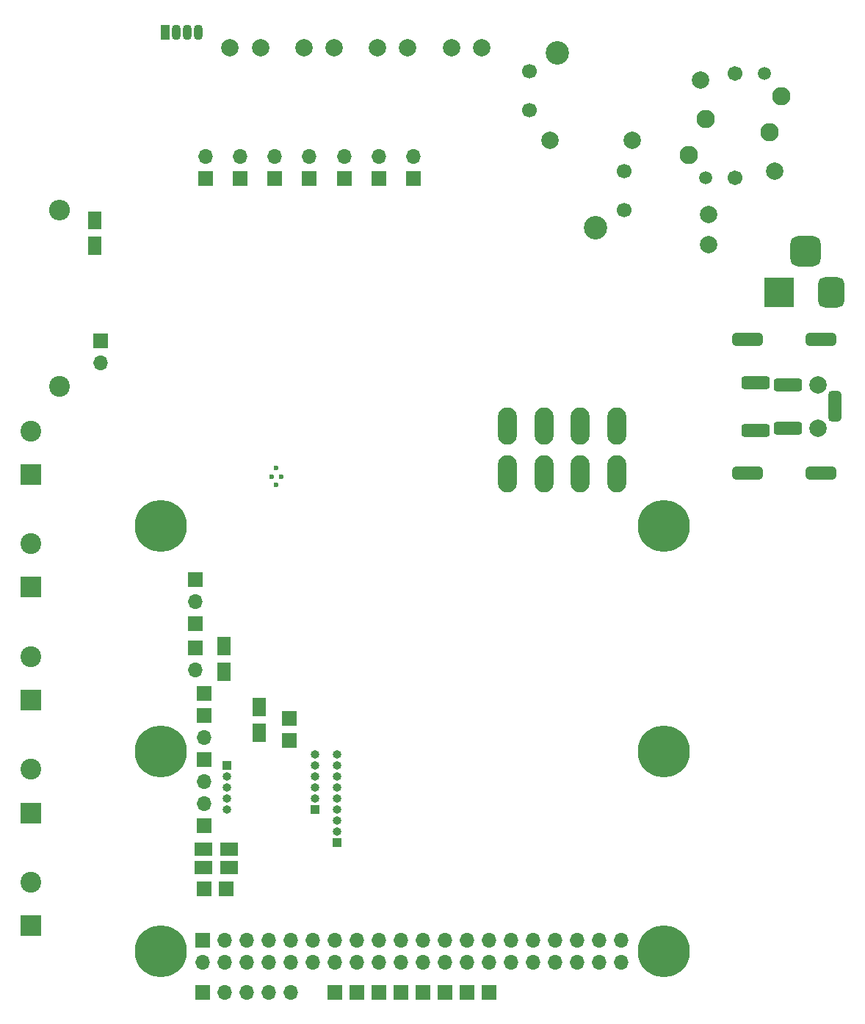
<source format=gbs>
G04 #@! TF.GenerationSoftware,KiCad,Pcbnew,(6.0.1-0)*
G04 #@! TF.CreationDate,2022-02-25T07:04:39+09:00*
G04 #@! TF.ProjectId,qPCR-main,71504352-2d6d-4616-996e-2e6b69636164,rev?*
G04 #@! TF.SameCoordinates,Original*
G04 #@! TF.FileFunction,Soldermask,Bot*
G04 #@! TF.FilePolarity,Negative*
%FSLAX46Y46*%
G04 Gerber Fmt 4.6, Leading zero omitted, Abs format (unit mm)*
G04 Created by KiCad (PCBNEW (6.0.1-0)) date 2022-02-25 07:04:39*
%MOMM*%
%LPD*%
G01*
G04 APERTURE LIST*
G04 Aperture macros list*
%AMRoundRect*
0 Rectangle with rounded corners*
0 $1 Rounding radius*
0 $2 $3 $4 $5 $6 $7 $8 $9 X,Y pos of 4 corners*
0 Add a 4 corners polygon primitive as box body*
4,1,4,$2,$3,$4,$5,$6,$7,$8,$9,$2,$3,0*
0 Add four circle primitives for the rounded corners*
1,1,$1+$1,$2,$3*
1,1,$1+$1,$4,$5*
1,1,$1+$1,$6,$7*
1,1,$1+$1,$8,$9*
0 Add four rect primitives between the rounded corners*
20,1,$1+$1,$2,$3,$4,$5,0*
20,1,$1+$1,$4,$5,$6,$7,0*
20,1,$1+$1,$6,$7,$8,$9,0*
20,1,$1+$1,$8,$9,$2,$3,0*%
%AMFreePoly0*
4,1,6,1.000000,0.000000,0.500000,-0.750000,-0.500000,-0.750000,-0.500000,0.750000,0.500000,0.750000,1.000000,0.000000,1.000000,0.000000,$1*%
G04 Aperture macros list end*
%ADD10R,1.700000X1.700000*%
%ADD11O,1.700000X1.700000*%
%ADD12C,2.000000*%
%ADD13C,0.600000*%
%ADD14R,2.400000X2.400000*%
%ADD15C,2.400000*%
%ADD16C,2.108200*%
%ADD17C,1.498600*%
%ADD18C,1.701800*%
%ADD19C,2.006600*%
%ADD20C,2.700000*%
%ADD21C,1.700000*%
%ADD22R,3.500000X3.500000*%
%ADD23RoundRect,0.750000X0.750000X1.000000X-0.750000X1.000000X-0.750000X-1.000000X0.750000X-1.000000X0*%
%ADD24RoundRect,0.875000X0.875000X0.875000X-0.875000X0.875000X-0.875000X-0.875000X0.875000X-0.875000X0*%
%ADD25O,2.400000X2.400000*%
%ADD26C,6.000000*%
%ADD27R,1.070000X1.800000*%
%ADD28O,1.070000X1.800000*%
%ADD29RoundRect,0.375000X1.275000X-0.375000X1.275000X0.375000X-1.275000X0.375000X-1.275000X-0.375000X0*%
%ADD30RoundRect,0.375000X0.375000X1.375000X-0.375000X1.375000X-0.375000X-1.375000X0.375000X-1.375000X0*%
%ADD31RoundRect,0.375000X-1.375000X0.375000X-1.375000X-0.375000X1.375000X-0.375000X1.375000X0.375000X0*%
%ADD32R,1.500000X1.500000*%
%ADD33FreePoly0,270.000000*%
%ADD34FreePoly0,90.000000*%
%ADD35R,1.000000X1.000000*%
%ADD36O,1.000000X1.000000*%
%ADD37O,2.201600X4.301600*%
%ADD38FreePoly0,180.000000*%
%ADD39FreePoly0,0.000000*%
G04 APERTURE END LIST*
D10*
X105370000Y-148000000D03*
D11*
X107910000Y-148000000D03*
X110450000Y-148000000D03*
X112990000Y-148000000D03*
X115530000Y-148000000D03*
D12*
X129000000Y-39100000D03*
X125500000Y-39100000D03*
D13*
X113329999Y-88549988D03*
X113829998Y-89549989D03*
X113829998Y-87549987D03*
X114429998Y-88549988D03*
D14*
X85546006Y-101319990D03*
D15*
X85546006Y-96319990D03*
D14*
X85546006Y-114319990D03*
D15*
X85546006Y-109319990D03*
D14*
X85546006Y-127319989D03*
D15*
X85546006Y-122319989D03*
D14*
X85546006Y-140319989D03*
D15*
X85546006Y-135319989D03*
D14*
X85546006Y-88319991D03*
D15*
X85546006Y-83319991D03*
D12*
X137500000Y-39100000D03*
X134000000Y-39100000D03*
X120500000Y-39100000D03*
X117000000Y-39100000D03*
X163669312Y-61854869D03*
X163669312Y-58354869D03*
D16*
X172059312Y-44714869D03*
D17*
X170109312Y-42064869D03*
D18*
X166709312Y-42064869D03*
D19*
X162759312Y-42864869D03*
D16*
X163359312Y-47364869D03*
X161359312Y-51514869D03*
D17*
X163309312Y-54164869D03*
D18*
X166709312Y-54164869D03*
D19*
X171259312Y-53364869D03*
D16*
X170659312Y-48864869D03*
D20*
X146249312Y-39724869D03*
D21*
X142999312Y-41824869D03*
X142999312Y-46324869D03*
D12*
X145349312Y-49824869D03*
X154849312Y-49824869D03*
D21*
X153899312Y-53324869D03*
X153899312Y-57824869D03*
D20*
X150649312Y-59924869D03*
D22*
X171828993Y-67310000D03*
D23*
X177828993Y-67310000D03*
D24*
X174828993Y-62610000D03*
D12*
X112000000Y-39100000D03*
X108500000Y-39100000D03*
D10*
X125639055Y-54210944D03*
D11*
X125639055Y-51670944D03*
D10*
X129639055Y-54210944D03*
D11*
X129639055Y-51670944D03*
D10*
X109639055Y-54210944D03*
D11*
X109639055Y-51670944D03*
D10*
X113639055Y-54210944D03*
D11*
X113639055Y-51670944D03*
D10*
X117639055Y-54210944D03*
D11*
X117639055Y-51670944D03*
D10*
X121639055Y-54210944D03*
D11*
X121639055Y-51670944D03*
D10*
X105639057Y-54210941D03*
D11*
X105639057Y-51670941D03*
D15*
X88800000Y-78200000D03*
D25*
X88800000Y-57880000D03*
D26*
X100500000Y-120270000D03*
X158500000Y-94270000D03*
X100500000Y-143270000D03*
X158500000Y-120270000D03*
X100500000Y-94270000D03*
X158500000Y-143270000D03*
D10*
X105370000Y-142000000D03*
D11*
X105370000Y-144540000D03*
X107910000Y-142000000D03*
X107910000Y-144540000D03*
X110450000Y-142000000D03*
X110450000Y-144540000D03*
X112990000Y-142000000D03*
X112990000Y-144540000D03*
X115530000Y-142000000D03*
X115530000Y-144540000D03*
X118070000Y-142000000D03*
X118070000Y-144540000D03*
X120610000Y-142000000D03*
X120610000Y-144540000D03*
X123150000Y-142000000D03*
X123150000Y-144540000D03*
X125690000Y-142000000D03*
X125690000Y-144540000D03*
X128230000Y-142000000D03*
X128230000Y-144540000D03*
X130770000Y-142000000D03*
X130770000Y-144540000D03*
X133310000Y-142000000D03*
X133310000Y-144540000D03*
X135850000Y-142000000D03*
X135850000Y-144540000D03*
X138390000Y-142000000D03*
X138390000Y-144540000D03*
X140930000Y-142000000D03*
X140930000Y-144540000D03*
X143470000Y-142000000D03*
X143470000Y-144540000D03*
X146010000Y-142000000D03*
X146010000Y-144540000D03*
X148550000Y-142000000D03*
X148550000Y-144540000D03*
X151090000Y-142000000D03*
X151090000Y-144540000D03*
X153630000Y-142000000D03*
X153630000Y-144540000D03*
D27*
X101000000Y-37320000D03*
D28*
X102270000Y-37320000D03*
X103540000Y-37320000D03*
X104810000Y-37320000D03*
D12*
X176250008Y-77975988D03*
X176250008Y-82975988D03*
D29*
X169100008Y-83225988D03*
X169100008Y-77725988D03*
X172850008Y-82975988D03*
X172850008Y-77975988D03*
D30*
X178250008Y-80475988D03*
D31*
X168150008Y-88175988D03*
X176650008Y-88175988D03*
X168150008Y-72775988D03*
X176650008Y-72775988D03*
D10*
X123150000Y-148000000D03*
X125690000Y-148000000D03*
X128230000Y-148000000D03*
X130770000Y-148000000D03*
X135850000Y-148000000D03*
X93599991Y-72900007D03*
D11*
X93599991Y-75440007D03*
D10*
X138390000Y-148000000D03*
D32*
X92860000Y-59300000D03*
X92860000Y-61700000D03*
D33*
X92860000Y-58500000D03*
D34*
X92860000Y-62500000D03*
D10*
X133310000Y-148000000D03*
X104530000Y-100460000D03*
D35*
X118262400Y-126898400D03*
D36*
X118262400Y-125628400D03*
X118262400Y-124358400D03*
X118262400Y-123088400D03*
X118262400Y-121818400D03*
X118262400Y-120548400D03*
D10*
X105469995Y-113538000D03*
X108039992Y-136119997D03*
X105499992Y-136119997D03*
D37*
X140490004Y-88250007D03*
X144690004Y-88250007D03*
X148890004Y-88250007D03*
X153090004Y-88250007D03*
X140490004Y-82750007D03*
X144690004Y-82750007D03*
X148890004Y-82750007D03*
X153090004Y-82750007D03*
D10*
X120600000Y-148000000D03*
D32*
X111897500Y-117800000D03*
X111897500Y-115400000D03*
D33*
X111897500Y-114600000D03*
D34*
X111897500Y-118600000D03*
D10*
X115370000Y-118963999D03*
X115370000Y-116423999D03*
D32*
X107809995Y-110771993D03*
X107809995Y-108371993D03*
D33*
X107809995Y-107571993D03*
D34*
X107809995Y-111571993D03*
D32*
X105708600Y-131470400D03*
X108108600Y-131470400D03*
D38*
X108908600Y-131470400D03*
D39*
X104908600Y-131470400D03*
D10*
X105469995Y-116078000D03*
D11*
X105469995Y-118618000D03*
D35*
X120853200Y-130708400D03*
D36*
X120853200Y-129438400D03*
X120853200Y-128168400D03*
X120853200Y-126898400D03*
X120853200Y-125628400D03*
X120853200Y-124358400D03*
X120853200Y-123088400D03*
X120853200Y-121818400D03*
X120853200Y-120548400D03*
D35*
X108102400Y-121818400D03*
D36*
X108102400Y-123088400D03*
X108102400Y-124358400D03*
X108102400Y-125628400D03*
X108102400Y-126898400D03*
D32*
X108108600Y-133604000D03*
X105708600Y-133604000D03*
D38*
X108908600Y-133604000D03*
D39*
X104908600Y-133604000D03*
D10*
X105469995Y-128778000D03*
D11*
X105469995Y-126238000D03*
D10*
X104529992Y-105539997D03*
D11*
X104529992Y-102999997D03*
D10*
X104530000Y-108334000D03*
D11*
X104530000Y-110874000D03*
D10*
X105469995Y-121158000D03*
D11*
X105469995Y-123698000D03*
M02*

</source>
